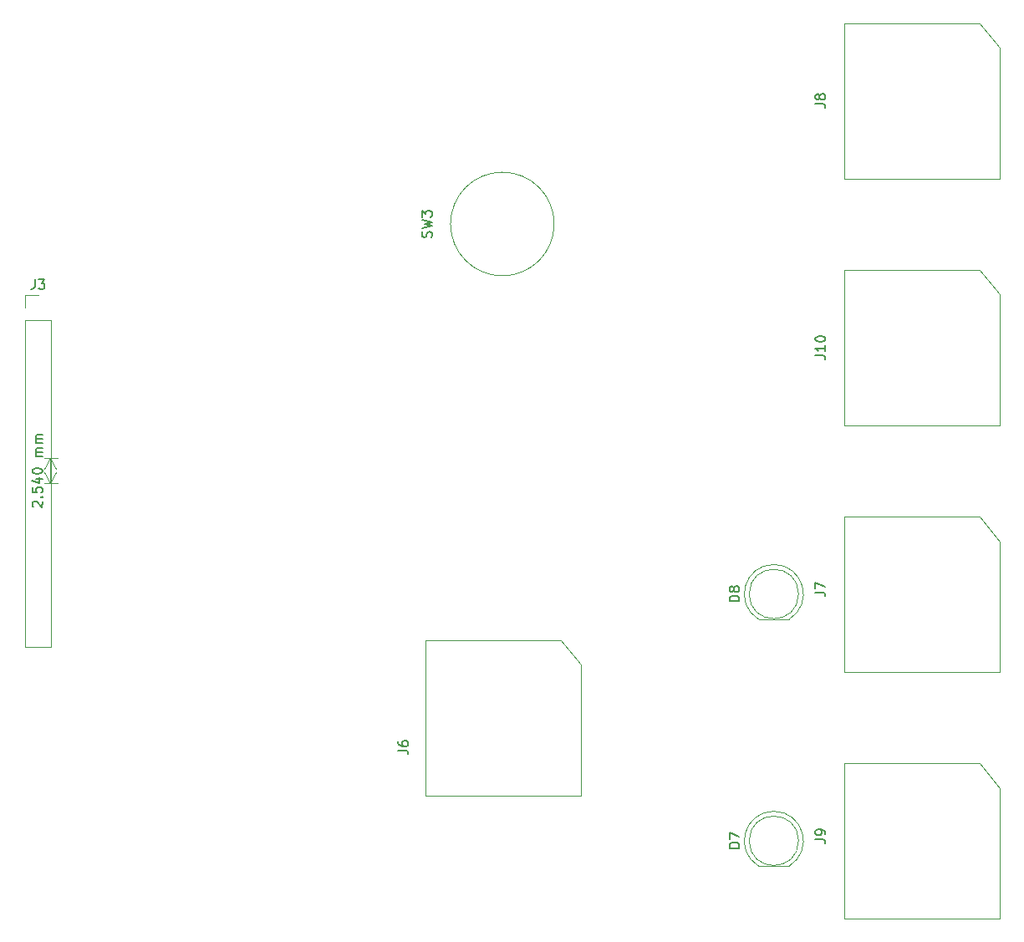
<source format=gbr>
G04 #@! TF.GenerationSoftware,KiCad,Pcbnew,5.1.6-c6e7f7d~87~ubuntu20.04.1*
G04 #@! TF.CreationDate,2020-08-28T15:14:01-04:00*
G04 #@! TF.ProjectId,gategrinder,67617465-6772-4696-9e64-65722e6b6963,rev?*
G04 #@! TF.SameCoordinates,Original*
G04 #@! TF.FileFunction,Legend,Top*
G04 #@! TF.FilePolarity,Positive*
%FSLAX46Y46*%
G04 Gerber Fmt 4.6, Leading zero omitted, Abs format (unit mm)*
G04 Created by KiCad (PCBNEW 5.1.6-c6e7f7d~87~ubuntu20.04.1) date 2020-08-28 15:14:01*
%MOMM*%
%LPD*%
G01*
G04 APERTURE LIST*
%ADD10C,0.150000*%
%ADD11C,0.120000*%
G04 APERTURE END LIST*
D10*
X119488133Y-115646922D02*
X119440657Y-115599160D01*
X119393324Y-115503779D01*
X119394038Y-115265685D01*
X119441942Y-115170590D01*
X119489704Y-115123114D01*
X119585085Y-115075781D01*
X119680322Y-115076067D01*
X119823036Y-115124114D01*
X120392748Y-115697255D01*
X120394605Y-115078210D01*
X120300653Y-114649355D02*
X120348414Y-114601879D01*
X120395890Y-114649640D01*
X120348129Y-114697116D01*
X120300653Y-114649355D01*
X120395890Y-114649640D01*
X119398752Y-113694264D02*
X119397324Y-114170452D01*
X119873369Y-114219499D01*
X119825893Y-114171738D01*
X119778560Y-114076357D01*
X119779274Y-113838263D01*
X119827179Y-113743168D01*
X119874940Y-113695692D01*
X119970321Y-113648359D01*
X120208415Y-113649073D01*
X120303510Y-113696978D01*
X120350986Y-113744740D01*
X120398319Y-113840120D01*
X120397605Y-114078214D01*
X120349700Y-114173309D01*
X120301938Y-114220785D01*
X119734798Y-112790506D02*
X120401462Y-112792506D01*
X119353133Y-113027457D02*
X120066701Y-113267694D01*
X120068559Y-112648649D01*
X119403609Y-112075223D02*
X119403895Y-111979986D01*
X119451799Y-111884891D01*
X119499561Y-111837415D01*
X119594942Y-111790082D01*
X119785560Y-111743034D01*
X120023654Y-111743749D01*
X120213987Y-111791939D01*
X120309081Y-111839843D01*
X120356557Y-111887605D01*
X120403890Y-111982986D01*
X120403605Y-112078223D01*
X120355700Y-112173318D01*
X120307938Y-112220794D01*
X120212558Y-112268127D01*
X120021940Y-112315175D01*
X119783846Y-112314460D01*
X119593513Y-112266270D01*
X119498418Y-112218366D01*
X119450942Y-112170604D01*
X119403609Y-112075223D01*
X120408176Y-110554421D02*
X119741512Y-110552421D01*
X119836750Y-110552706D02*
X119789274Y-110504945D01*
X119741941Y-110409564D01*
X119742370Y-110266708D01*
X119790274Y-110171613D01*
X119885655Y-110124280D01*
X120409462Y-110125851D01*
X119885655Y-110124280D02*
X119790560Y-110076375D01*
X119743227Y-109980995D01*
X119743655Y-109838138D01*
X119791560Y-109743043D01*
X119886940Y-109695710D01*
X120410748Y-109697282D01*
X120412176Y-109221093D02*
X119745512Y-109219093D01*
X119840750Y-109219379D02*
X119793274Y-109171617D01*
X119745941Y-109076237D01*
X119746370Y-108933380D01*
X119794274Y-108838286D01*
X119889655Y-108790952D01*
X120413462Y-108792524D01*
X119889655Y-108790952D02*
X119794560Y-108743048D01*
X119747227Y-108647667D01*
X119747655Y-108504811D01*
X119795560Y-108409716D01*
X119890940Y-108362383D01*
X120414748Y-108363954D01*
D11*
X121217696Y-113255439D02*
X121225316Y-110715439D01*
X121951300Y-113257640D02*
X120631278Y-113253680D01*
X121958920Y-110717640D02*
X120638898Y-110713680D01*
X121225316Y-110715439D02*
X121808355Y-111843697D01*
X121225316Y-110715439D02*
X120635518Y-111840178D01*
X121217696Y-113255439D02*
X121807494Y-112130700D01*
X121217696Y-113255439D02*
X120634657Y-112127181D01*
X215350000Y-91650000D02*
X217350000Y-94150000D01*
X217350000Y-107400000D02*
X201600000Y-107400000D01*
X201600000Y-107400000D02*
X201600000Y-91650000D01*
X215300000Y-91650000D02*
X215350000Y-91650000D01*
X201600000Y-91650000D02*
X215300000Y-91650000D01*
X217350000Y-94150000D02*
X217350000Y-107400000D01*
X215350000Y-141650000D02*
X217350000Y-144150000D01*
X217350000Y-157400000D02*
X201600000Y-157400000D01*
X201600000Y-157400000D02*
X201600000Y-141650000D01*
X215300000Y-141650000D02*
X215350000Y-141650000D01*
X201600000Y-141650000D02*
X215300000Y-141650000D01*
X217350000Y-144150000D02*
X217350000Y-157400000D01*
X215350000Y-66650000D02*
X217350000Y-69150000D01*
X217350000Y-82400000D02*
X201600000Y-82400000D01*
X201600000Y-82400000D02*
X201600000Y-66650000D01*
X215300000Y-66650000D02*
X215350000Y-66650000D01*
X201600000Y-66650000D02*
X215300000Y-66650000D01*
X217350000Y-69150000D02*
X217350000Y-82400000D01*
X215350000Y-116650000D02*
X217350000Y-119150000D01*
X217350000Y-132400000D02*
X201600000Y-132400000D01*
X201600000Y-132400000D02*
X201600000Y-116650000D01*
X215300000Y-116650000D02*
X215350000Y-116650000D01*
X201600000Y-116650000D02*
X215300000Y-116650000D01*
X217350000Y-119150000D02*
X217350000Y-132400000D01*
X172950000Y-129150000D02*
X174950000Y-131650000D01*
X174950000Y-144900000D02*
X159200000Y-144900000D01*
X159200000Y-144900000D02*
X159200000Y-129150000D01*
X172900000Y-129150000D02*
X172950000Y-129150000D01*
X159200000Y-129150000D02*
X172900000Y-129150000D01*
X174950000Y-131650000D02*
X174950000Y-144900000D01*
X172250000Y-87000000D02*
G75*
G03*
X172250000Y-87000000I-5250000J0D01*
G01*
X118650000Y-129840000D02*
X121310000Y-129840000D01*
X118650000Y-96760000D02*
X118650000Y-129840000D01*
X121310000Y-96760000D02*
X121310000Y-129840000D01*
X118650000Y-96760000D02*
X121310000Y-96760000D01*
X118650000Y-95490000D02*
X118650000Y-94160000D01*
X118650000Y-94160000D02*
X119980000Y-94160000D01*
X197000000Y-124480000D02*
G75*
G03*
X197000000Y-124480000I-2500000J0D01*
G01*
X192955000Y-127040000D02*
X196045000Y-127040000D01*
X194499538Y-121490000D02*
G75*
G02*
X196044830Y-127040000I462J-2990000D01*
G01*
X194500462Y-121490000D02*
G75*
G03*
X192955170Y-127040000I-462J-2990000D01*
G01*
X197000000Y-149480000D02*
G75*
G03*
X197000000Y-149480000I-2500000J0D01*
G01*
X192955000Y-152040000D02*
X196045000Y-152040000D01*
X194499538Y-146490000D02*
G75*
G02*
X196044830Y-152040000I462J-2990000D01*
G01*
X194500462Y-146490000D02*
G75*
G03*
X192955170Y-152040000I-462J-2990000D01*
G01*
D10*
X198702380Y-100309523D02*
X199416666Y-100309523D01*
X199559523Y-100357142D01*
X199654761Y-100452380D01*
X199702380Y-100595238D01*
X199702380Y-100690476D01*
X199702380Y-99309523D02*
X199702380Y-99880952D01*
X199702380Y-99595238D02*
X198702380Y-99595238D01*
X198845238Y-99690476D01*
X198940476Y-99785714D01*
X198988095Y-99880952D01*
X198702380Y-98690476D02*
X198702380Y-98595238D01*
X198750000Y-98500000D01*
X198797619Y-98452380D01*
X198892857Y-98404761D01*
X199083333Y-98357142D01*
X199321428Y-98357142D01*
X199511904Y-98404761D01*
X199607142Y-98452380D01*
X199654761Y-98500000D01*
X199702380Y-98595238D01*
X199702380Y-98690476D01*
X199654761Y-98785714D01*
X199607142Y-98833333D01*
X199511904Y-98880952D01*
X199321428Y-98928571D01*
X199083333Y-98928571D01*
X198892857Y-98880952D01*
X198797619Y-98833333D01*
X198750000Y-98785714D01*
X198702380Y-98690476D01*
X198702380Y-149333333D02*
X199416666Y-149333333D01*
X199559523Y-149380952D01*
X199654761Y-149476190D01*
X199702380Y-149619047D01*
X199702380Y-149714285D01*
X199702380Y-148809523D02*
X199702380Y-148619047D01*
X199654761Y-148523809D01*
X199607142Y-148476190D01*
X199464285Y-148380952D01*
X199273809Y-148333333D01*
X198892857Y-148333333D01*
X198797619Y-148380952D01*
X198750000Y-148428571D01*
X198702380Y-148523809D01*
X198702380Y-148714285D01*
X198750000Y-148809523D01*
X198797619Y-148857142D01*
X198892857Y-148904761D01*
X199130952Y-148904761D01*
X199226190Y-148857142D01*
X199273809Y-148809523D01*
X199321428Y-148714285D01*
X199321428Y-148523809D01*
X199273809Y-148428571D01*
X199226190Y-148380952D01*
X199130952Y-148333333D01*
X198702380Y-74833333D02*
X199416666Y-74833333D01*
X199559523Y-74880952D01*
X199654761Y-74976190D01*
X199702380Y-75119047D01*
X199702380Y-75214285D01*
X199130952Y-74214285D02*
X199083333Y-74309523D01*
X199035714Y-74357142D01*
X198940476Y-74404761D01*
X198892857Y-74404761D01*
X198797619Y-74357142D01*
X198750000Y-74309523D01*
X198702380Y-74214285D01*
X198702380Y-74023809D01*
X198750000Y-73928571D01*
X198797619Y-73880952D01*
X198892857Y-73833333D01*
X198940476Y-73833333D01*
X199035714Y-73880952D01*
X199083333Y-73928571D01*
X199130952Y-74023809D01*
X199130952Y-74214285D01*
X199178571Y-74309523D01*
X199226190Y-74357142D01*
X199321428Y-74404761D01*
X199511904Y-74404761D01*
X199607142Y-74357142D01*
X199654761Y-74309523D01*
X199702380Y-74214285D01*
X199702380Y-74023809D01*
X199654761Y-73928571D01*
X199607142Y-73880952D01*
X199511904Y-73833333D01*
X199321428Y-73833333D01*
X199226190Y-73880952D01*
X199178571Y-73928571D01*
X199130952Y-74023809D01*
X198702380Y-124333333D02*
X199416666Y-124333333D01*
X199559523Y-124380952D01*
X199654761Y-124476190D01*
X199702380Y-124619047D01*
X199702380Y-124714285D01*
X198702380Y-123952380D02*
X198702380Y-123285714D01*
X199702380Y-123714285D01*
X156452380Y-140333333D02*
X157166666Y-140333333D01*
X157309523Y-140380952D01*
X157404761Y-140476190D01*
X157452380Y-140619047D01*
X157452380Y-140714285D01*
X156452380Y-139428571D02*
X156452380Y-139619047D01*
X156500000Y-139714285D01*
X156547619Y-139761904D01*
X156690476Y-139857142D01*
X156880952Y-139904761D01*
X157261904Y-139904761D01*
X157357142Y-139857142D01*
X157404761Y-139809523D01*
X157452380Y-139714285D01*
X157452380Y-139523809D01*
X157404761Y-139428571D01*
X157357142Y-139380952D01*
X157261904Y-139333333D01*
X157023809Y-139333333D01*
X156928571Y-139380952D01*
X156880952Y-139428571D01*
X156833333Y-139523809D01*
X156833333Y-139714285D01*
X156880952Y-139809523D01*
X156928571Y-139857142D01*
X157023809Y-139904761D01*
X159804761Y-88333333D02*
X159852380Y-88190476D01*
X159852380Y-87952380D01*
X159804761Y-87857142D01*
X159757142Y-87809523D01*
X159661904Y-87761904D01*
X159566666Y-87761904D01*
X159471428Y-87809523D01*
X159423809Y-87857142D01*
X159376190Y-87952380D01*
X159328571Y-88142857D01*
X159280952Y-88238095D01*
X159233333Y-88285714D01*
X159138095Y-88333333D01*
X159042857Y-88333333D01*
X158947619Y-88285714D01*
X158900000Y-88238095D01*
X158852380Y-88142857D01*
X158852380Y-87904761D01*
X158900000Y-87761904D01*
X158852380Y-87428571D02*
X159852380Y-87190476D01*
X159138095Y-87000000D01*
X159852380Y-86809523D01*
X158852380Y-86571428D01*
X158852380Y-86285714D02*
X158852380Y-85666666D01*
X159233333Y-86000000D01*
X159233333Y-85857142D01*
X159280952Y-85761904D01*
X159328571Y-85714285D01*
X159423809Y-85666666D01*
X159661904Y-85666666D01*
X159757142Y-85714285D01*
X159804761Y-85761904D01*
X159852380Y-85857142D01*
X159852380Y-86142857D01*
X159804761Y-86238095D01*
X159757142Y-86285714D01*
X119646666Y-92612380D02*
X119646666Y-93326666D01*
X119599047Y-93469523D01*
X119503809Y-93564761D01*
X119360952Y-93612380D01*
X119265714Y-93612380D01*
X120027619Y-92612380D02*
X120646666Y-92612380D01*
X120313333Y-92993333D01*
X120456190Y-92993333D01*
X120551428Y-93040952D01*
X120599047Y-93088571D01*
X120646666Y-93183809D01*
X120646666Y-93421904D01*
X120599047Y-93517142D01*
X120551428Y-93564761D01*
X120456190Y-93612380D01*
X120170476Y-93612380D01*
X120075238Y-93564761D01*
X120027619Y-93517142D01*
X190992380Y-125218095D02*
X189992380Y-125218095D01*
X189992380Y-124980000D01*
X190040000Y-124837142D01*
X190135238Y-124741904D01*
X190230476Y-124694285D01*
X190420952Y-124646666D01*
X190563809Y-124646666D01*
X190754285Y-124694285D01*
X190849523Y-124741904D01*
X190944761Y-124837142D01*
X190992380Y-124980000D01*
X190992380Y-125218095D01*
X190420952Y-124075238D02*
X190373333Y-124170476D01*
X190325714Y-124218095D01*
X190230476Y-124265714D01*
X190182857Y-124265714D01*
X190087619Y-124218095D01*
X190040000Y-124170476D01*
X189992380Y-124075238D01*
X189992380Y-123884761D01*
X190040000Y-123789523D01*
X190087619Y-123741904D01*
X190182857Y-123694285D01*
X190230476Y-123694285D01*
X190325714Y-123741904D01*
X190373333Y-123789523D01*
X190420952Y-123884761D01*
X190420952Y-124075238D01*
X190468571Y-124170476D01*
X190516190Y-124218095D01*
X190611428Y-124265714D01*
X190801904Y-124265714D01*
X190897142Y-124218095D01*
X190944761Y-124170476D01*
X190992380Y-124075238D01*
X190992380Y-123884761D01*
X190944761Y-123789523D01*
X190897142Y-123741904D01*
X190801904Y-123694285D01*
X190611428Y-123694285D01*
X190516190Y-123741904D01*
X190468571Y-123789523D01*
X190420952Y-123884761D01*
X190992380Y-150218095D02*
X189992380Y-150218095D01*
X189992380Y-149980000D01*
X190040000Y-149837142D01*
X190135238Y-149741904D01*
X190230476Y-149694285D01*
X190420952Y-149646666D01*
X190563809Y-149646666D01*
X190754285Y-149694285D01*
X190849523Y-149741904D01*
X190944761Y-149837142D01*
X190992380Y-149980000D01*
X190992380Y-150218095D01*
X189992380Y-149313333D02*
X189992380Y-148646666D01*
X190992380Y-149075238D01*
M02*

</source>
